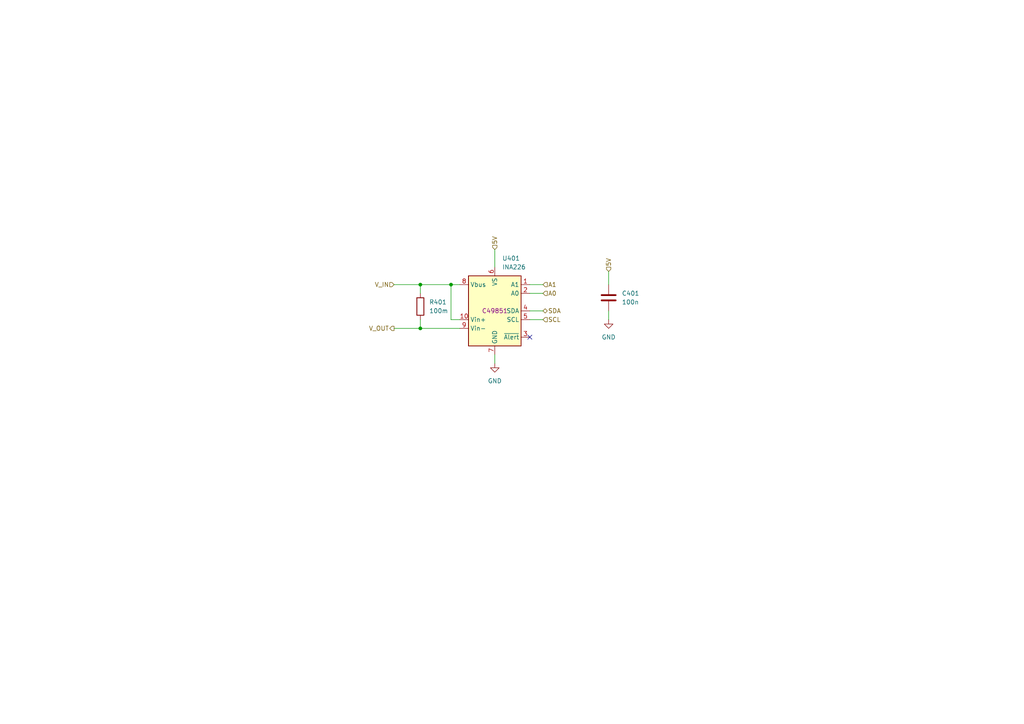
<source format=kicad_sch>
(kicad_sch (version 20250114) (generator "eeschema") (generator_version "9.0")
  (paper "A4")
  (lib_symbols
    (symbol "Device:C" (pin_numbers (hide yes)) (pin_names (offset 0.254))
      (property "Reference" "C" (at 0.635 2.54 0))
      (property "Value" "C" (at 0.635 -2.54 0))
      (symbol "C_0_1"
        (polyline (pts (xy -2.032 0.762) (xy 2.032 0.762)) (stroke (width 0.508)))
        (polyline (pts (xy -2.032 -0.762) (xy 2.032 -0.762)) (stroke (width 0.508)))
      )
      (symbol "C_1_1"
        (pin passive line (at 0 3.81 270) (length 2.794) (name "~") (number "1"))
        (pin passive line (at 0 -3.81 90) (length 2.794) (name "~") (number "2"))
      )
    )
    (symbol "Device:R" (pin_numbers (hide yes)) (pin_names (offset 0))
      (property "Reference" "R" (at 2.032 0 90))
      (property "Value" "R" (at 0 0 90))
      (symbol "R_0_1"
        (rectangle (start -1.016 -2.54) (end 1.016 2.54) (stroke (width 0.254)))
      )
      (symbol "R_1_1"
        (pin passive line (at 0 3.81 270) (length 1.27) (name "~") (number "1"))
        (pin passive line (at 0 -3.81 90) (length 1.27) (name "~") (number "2"))
      )
    )
    (symbol "Sensor_Energy:INA226"
      (property "Reference" "U" (at -6.35 11.43 0))
      (property "Value" "INA226" (at 3.81 11.43 0))
      (symbol "INA226_0_1"
        (rectangle (start 7.62 10.16) (end -7.62 -10.16) (stroke (width 0.254)) (fill (type background)))
      )
      (symbol "INA226_1_1"
        (pin input line (at -10.16 7.62 0) (length 2.54) (name "Vbus") (number "8"))
        (pin input line (at -10.16 -2.54 0) (length 2.54) (name "Vin+") (number "10"))
        (pin input line (at -10.16 -5.08 0) (length 2.54) (name "Vin-") (number "9"))
        (pin power_in line (at 0 12.7 270) (length 2.54) (name "VS") (number "6"))
        (pin power_in line (at 0 -12.7 90) (length 2.54) (name "GND") (number "7"))
        (pin input line (at 10.16 7.62 180) (length 2.54) (name "A1") (number "1"))
        (pin input line (at 10.16 5.08 180) (length 2.54) (name "A0") (number "2"))
        (pin bidirectional line (at 10.16 0 180) (length 2.54) (name "SDA") (number "4"))
        (pin input line (at 10.16 -2.54 180) (length 2.54) (name "SCL") (number "5"))
        (pin open_collector line (at 10.16 -7.62 180) (length 2.54) (name "~{Alert}") (number "3"))
      )
    )
    (symbol "power:GND" (power) (pin_numbers (hide yes)) (pin_names (offset 0) (hide yes))
      (property "Value" "GND" (at 0 -3.81 0))
      (symbol "GND_0_1"
        (polyline (pts (xy 0 0) (xy 0 -1.27) (xy 1.27 -1.27) (xy 0 -2.54) (xy -1.27 -1.27) (xy 0 -1.27)))
      )
      (symbol "GND_1_1"
        (pin power_in line (at 0 0 270) (length 0) (name "~") (number "1"))
      )
    )
  )
  (junction (at 121.92 82.55))
  (junction (at 121.92 95.25))
  (junction (at 130.81 82.55))
  (no_connect (at 153.67 97.79))
  (wire (pts (xy 121.92 95.25) (xy 121.92 92.71)))
  (wire (pts (xy 130.81 92.71) (xy 130.81 82.55)))
  (wire (pts (xy 121.92 85.09) (xy 121.92 82.55)))
  (wire (pts (xy 153.67 92.71) (xy 157.48 92.71)))
  (wire (pts (xy 114.3 82.55) (xy 121.92 82.55)))
  (wire (pts (xy 153.67 85.09) (xy 157.48 85.09)))
  (wire (pts (xy 133.35 92.71) (xy 130.81 92.71)))
  (wire (pts (xy 143.51 102.87) (xy 143.51 105.41)))
  (wire (pts (xy 153.67 90.17) (xy 157.48 90.17)))
  (wire (pts (xy 176.53 90.17) (xy 176.53 92.71)))
  (wire (pts (xy 143.51 72.39) (xy 143.51 77.47)))
  (wire (pts (xy 176.53 78.74) (xy 176.53 82.55)))
  (wire (pts (xy 130.81 82.55) (xy 133.35 82.55)))
  (wire (pts (xy 114.3 95.25) (xy 121.92 95.25)))
  (wire (pts (xy 133.35 95.25) (xy 121.92 95.25)))
  (wire (pts (xy 121.92 82.55) (xy 130.81 82.55)))
  (wire (pts (xy 153.67 82.55) (xy 157.48 82.55)))
  (hierarchical_label "V_IN" (shape input) (at 114.3 82.55 180))
  (hierarchical_label "A0" (shape input) (at 157.48 85.09 0))
  (hierarchical_label "SDA" (shape bidirectional) (at 157.48 90.17 0))
  (hierarchical_label "A1" (shape input) (at 157.48 82.55 0))
  (hierarchical_label "SCL" (shape input) (at 157.48 92.71 0))
  (hierarchical_label "5V" (shape input) (at 143.51 72.39 90))
  (hierarchical_label "5V" (shape input) (at 176.53 78.74 90))
  (hierarchical_label "V_OUT" (shape output) (at 114.3 95.25 180))
  (symbol (lib_id "power:GND") (at 143.51 105.41 0) (unit 1)
    (property "Reference" "#PWR0301" (effects (hide yes)))
    (property "Value" "GND" (at 143.51 110.49 0))
    (property "Description" "Power symbol creates a global label with name \"GND\" , ground" (effects (hide yes)))
    (instances (project "power" (path "" (reference "#PWR0401") (unit 1)) (path "" (reference "#PWR0301") (unit 1))))
  )
  (symbol (lib_id "Device:C") (at 176.53 86.36 0) (unit 1)
    (property "Reference" "C301" (at 180.34 85.0899 0) (effects (justify left)))
    (property "Value" "100n" (at 180.34 87.6299 0) (effects (justify left)))
    (property "Footprint" "Capacitor_SMD:C_0805_2012Metric" (effects (hide yes)))
    (property "Description" "Unpolarized capacitor" (effects (hide yes)))
    (property "LCSC" "C28233" (effects (hide yes)))
    (instances (project "power" (path "" (reference "C401") (unit 1)) (path "" (reference "C301") (unit 1))))
  )
  (symbol (lib_id "power:GND") (at 176.53 92.71 0) (unit 1)
    (property "Reference" "#PWR0302" (effects (hide yes)))
    (property "Value" "GND" (at 176.53 97.79 0))
    (property "Description" "Power symbol creates a global label with name \"GND\" , ground" (effects (hide yes)))
    (instances (project "power" (path "" (reference "#PWR0402") (unit 1)) (path "" (reference "#PWR0302") (unit 1))))
  )
  (symbol (lib_id "Device:R") (at 121.92 88.9 0) (unit 1)
    (property "Reference" "R301" (at 124.46 87.6299 0) (effects (justify left)))
    (property "Value" "100m" (at 124.46 90.1699 0) (effects (justify left)))
    (property "Footprint" "Resistor_SMD:R_2512_6332Metric" (effects (hide yes)))
    (property "Description" "Resistor" (effects (hide yes)))
    (property "LCSC" "C2903476" (effects (hide yes)))
    (instances (project "power" (path "" (reference "R401") (unit 1)) (path "" (reference "R301") (unit 1))))
  )
  (symbol (lib_id "Sensor_Energy:INA226") (at 143.51 90.17 0) (unit 1)
    (property "Reference" "U301" (at 145.6533 74.93 0) (effects (justify left)))
    (property "Value" "INA226" (at 145.6533 77.47 0) (effects (justify left)))
    (property "Footprint" "Package_SO:VSSOP-10_3x3mm_P0.5mm" (effects (hide yes)))
    (property "Datasheet" "http://www.ti.com/lit/ds/symlink/ina226.pdf" (effects (hide yes)))
    (property "Description" "High-Side or Low-Side Measurement, Bi-Directional Current and Power Monitor (0-36V) with I2C Compatible Interface, VSSOP-10" (effects (hide yes)))
    (property "LCSC" "C49851" (at 143.51 90.17 0))
    (instances (project "power" (path "" (reference "U401") (unit 1)) (path "" (reference "U301") (unit 1))))
  )
)
</source>
